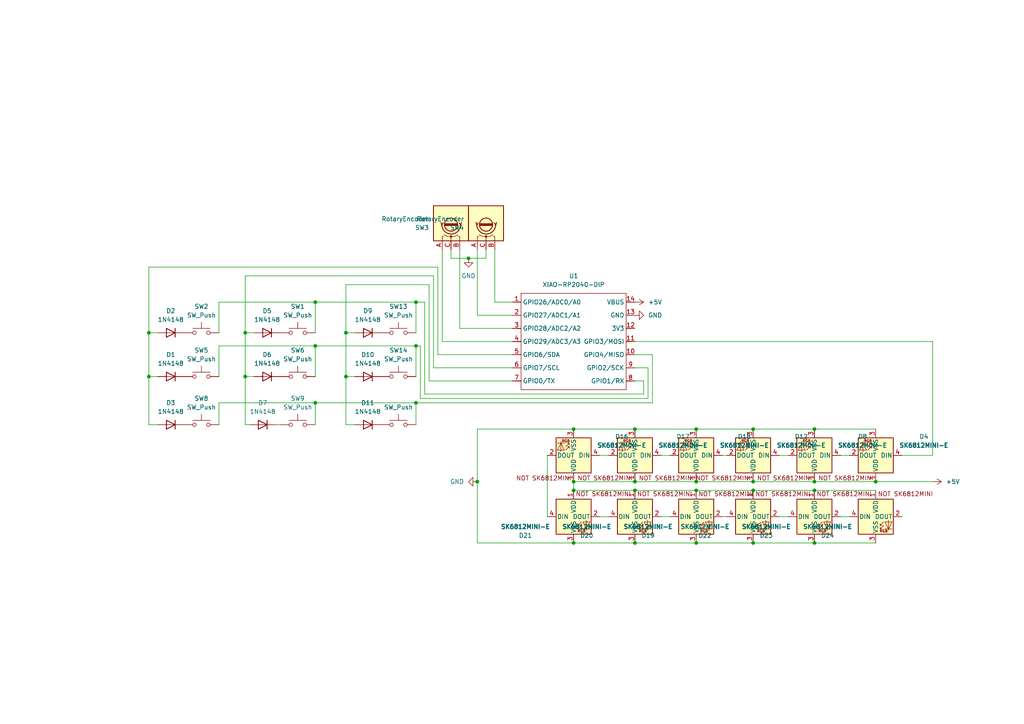
<source format=kicad_sch>
(kicad_sch (version 20250114) (generator "eeschema") (generator_version "9.0")
  (paper "A4")
  (lib_symbols
    (symbol "Device:RotaryEncoder" (pin_names (offset 0.254) (hide yes))
      (property "Reference" "SW" (at 0 6.604 0))
      (property "Value" "RotaryEncoder" (at 0 -6.604 0))
      (symbol "RotaryEncoder_0_1"
        (rectangle (start -5.08 5.08) (end 5.08 -5.08) (stroke (width 0.254)) (fill (type background)))
        (polyline (pts (xy -5.08 2.54) (xy -3.81 2.54) (xy -3.81 2.032)))
        (polyline (pts (xy -5.08 0) (xy -3.81 0) (xy -3.81 -1.016) (xy -3.302 -2.032)))
        (polyline (pts (xy -5.08 -2.54) (xy -3.81 -2.54) (xy -3.81 -2.032)))
        (polyline (pts (xy -4.318 0) (xy -3.81 0) (xy -3.81 1.016) (xy -3.302 2.032)))
        (circle (center -3.81 0) (radius 0.254) (fill (type outline)))
        (polyline (pts (xy -0.635 -1.778) (xy -0.635 1.778)) (stroke (width 0.254)))
        (circle (center -0.381 0) (radius 1.905) (stroke (width 0.254)))
        (polyline (pts (xy -0.381 -1.778) (xy -0.381 1.778)) (stroke (width 0.254)))
        (arc (start -0.381 -2.794) (mid -3.0988 -0.0635) (end -0.381 2.667) (stroke (width 0.254)))
        (polyline (pts (xy -0.127 1.778) (xy -0.127 -1.778)) (stroke (width 0.254)))
        (polyline (pts (xy 0.254 2.921) (xy -0.508 2.667) (xy 0.127 2.286)) (stroke (width 0.254)))
        (polyline (pts (xy 0.254 -3.048) (xy -0.508 -2.794) (xy 0.127 -2.413)) (stroke (width 0.254)))
      )
      (symbol "RotaryEncoder_1_1"
        (pin passive line (at -7.62 2.54 0) (length 2.54) (name "A") (number "A"))
        (pin passive line (at -7.62 0 0) (length 2.54) (name "C") (number "C"))
        (pin passive line (at -7.62 -2.54 0) (length 2.54) (name "B") (number "B"))
      )
    )
    (symbol "Diode:1N4148" (pin_numbers (hide yes)) (pin_names (hide yes))
      (property "Reference" "D" (at 0 2.54 0))
      (property "Value" "1N4148" (at 0 -2.54 0))
      (symbol "1N4148_0_1"
        (polyline (pts (xy -1.27 1.27) (xy -1.27 -1.27)) (stroke (width 0.254)))
        (polyline (pts (xy 1.27 1.27) (xy 1.27 -1.27) (xy -1.27 0) (xy 1.27 1.27)) (stroke (width 0.254)))
        (polyline (pts (xy 1.27 0) (xy -1.27 0)))
      )
      (symbol "1N4148_1_1"
        (pin passive line (at -3.81 0 0) (length 2.54) (name "K") (number "1"))
        (pin passive line (at 3.81 0 180) (length 2.54) (name "A") (number "2"))
      )
    )
    (symbol "Seeed_Studio_XIAO_Series:XIAO-RP2040-DIP"
      (property "Reference" "U" (at 0 0 0))
      (property "Value" "XIAO-RP2040-DIP" (at 5.334 -1.778 0))
      (symbol "XIAO-RP2040-DIP_1_0"
        (polyline (pts (xy -1.27 -2.54) (xy 29.21 -2.54)) (stroke (width 0.1524)))
        (polyline (pts (xy -1.27 -5.08) (xy -2.54 -5.08)) (stroke (width 0.1524)))
        (polyline (pts (xy -1.27 -5.08) (xy -1.27 -2.54)) (stroke (width 0.1524)))
        (polyline (pts (xy -1.27 -8.89) (xy -2.54 -8.89)) (stroke (width 0.1524)))
        (polyline (pts (xy -1.27 -8.89) (xy -1.27 -5.08)) (stroke (width 0.1524)))
        (polyline (pts (xy -1.27 -12.7) (xy -2.54 -12.7)) (stroke (width 0.1524)))
        (polyline (pts (xy -1.27 -12.7) (xy -1.27 -8.89)) (stroke (width 0.1524)))
        (polyline (pts (xy -1.27 -16.51) (xy -2.54 -16.51)) (stroke (width 0.1524)))
        (polyline (pts (xy -1.27 -16.51) (xy -1.27 -12.7)) (stroke (width 0.1524)))
        (polyline (pts (xy -1.27 -20.32) (xy -2.54 -20.32)) (stroke (width 0.1524)))
        (polyline (pts (xy -1.27 -24.13) (xy -2.54 -24.13)) (stroke (width 0.1524)))
        (polyline (pts (xy -1.27 -27.94) (xy -2.54 -27.94)) (stroke (width 0.1524)))
        (polyline (pts (xy -1.27 -30.48) (xy -1.27 -16.51)) (stroke (width 0.1524)))
        (polyline (pts (xy 29.21 -2.54) (xy 29.21 -5.08)) (stroke (width 0.1524)))
        (polyline (pts (xy 29.21 -5.08) (xy 29.21 -8.89)) (stroke (width 0.1524)))
        (polyline (pts (xy 29.21 -8.89) (xy 29.21 -12.7)) (stroke (width 0.1524)))
        (polyline (pts (xy 29.21 -12.7) (xy 29.21 -30.48)) (stroke (width 0.1524)))
        (polyline (pts (xy 29.21 -30.48) (xy -1.27 -30.48)) (stroke (width 0.1524)))
        (polyline (pts (xy 30.48 -5.08) (xy 29.21 -5.08)) (stroke (width 0.1524)))
        (polyline (pts (xy 30.48 -8.89) (xy 29.21 -8.89)) (stroke (width 0.1524)))
        (polyline (pts (xy 30.48 -12.7) (xy 29.21 -12.7)) (stroke (width 0.1524)))
        (polyline (pts (xy 30.48 -16.51) (xy 29.21 -16.51)) (stroke (width 0.1524)))
        (polyline (pts (xy 30.48 -20.32) (xy 29.21 -20.32)) (stroke (width 0.1524)))
        (polyline (pts (xy 30.48 -24.13) (xy 29.21 -24.13)) (stroke (width 0.1524)))
        (polyline (pts (xy 30.48 -27.94) (xy 29.21 -27.94)) (stroke (width 0.1524)))
        (pin passive line (at -3.81 -5.08 0) (length 2.54) (name "GPIO26/ADC0/A0") (number "1"))
        (pin passive line (at -3.81 -8.89 0) (length 2.54) (name "GPIO27/ADC1/A1") (number "2"))
        (pin passive line (at -3.81 -12.7 0) (length 2.54) (name "GPIO28/ADC2/A2") (number "3"))
        (pin passive line (at -3.81 -16.51 0) (length 2.54) (name "GPIO29/ADC3/A3") (number "4"))
        (pin passive line (at -3.81 -20.32 0) (length 2.54) (name "GPIO6/SDA") (number "5"))
        (pin passive line (at -3.81 -24.13 0) (length 2.54) (name "GPIO7/SCL") (number "6"))
        (pin passive line (at -3.81 -27.94 0) (length 2.54) (name "GPIO0/TX") (number "7"))
        (pin passive line (at 31.75 -5.08 180) (length 2.54) (name "VBUS") (number "14"))
        (pin passive line (at 31.75 -8.89 180) (length 2.54) (name "GND") (number "13"))
        (pin passive line (at 31.75 -12.7 180) (length 2.54) (name "3V3") (number "12"))
        (pin passive line (at 31.75 -16.51 180) (length 2.54) (name "GPIO3/MOSI") (number "11"))
        (pin passive line (at 31.75 -20.32 180) (length 2.54) (name "GPIO4/MISO") (number "10"))
        (pin passive line (at 31.75 -24.13 180) (length 2.54) (name "GPIO2/SCK") (number "9"))
        (pin passive line (at 31.75 -27.94 180) (length 2.54) (name "GPIO1/RX") (number "8"))
      )
    )
    (symbol "Switch:SW_Push" (pin_numbers (hide yes)) (pin_names (offset 1.016) (hide yes))
      (property "Reference" "SW" (at 1.27 2.54 0))
      (property "Value" "SW_Push" (at 0 -1.524 0))
      (symbol "SW_Push_0_1"
        (circle (center -2.032 0) (radius 0.508))
        (polyline (pts (xy 0 1.27) (xy 0 3.048)))
        (circle (center 2.032 0) (radius 0.508))
        (polyline (pts (xy 2.54 1.27) (xy -2.54 1.27)))
        (pin passive line (at -5.08 0 0) (length 2.54) (name "1") (number "1"))
        (pin passive line (at 5.08 0 180) (length 2.54) (name "2") (number "2"))
      )
    )
    (symbol "XIAO-RGB-LIB:SK6812MINI-E" (pin_names (offset 0.254))
      (property "Reference" "D" (at -3.556 5.842 0))
      (property "Value" "SK6812MINI-E" (at 1.27 -5.715 0))
      (symbol "SK6812MINI-E_0_0"
        (text "RGB" (at 2.286 -4.191 0) (effects (font (size 0.762 0.762))))
      )
      (symbol "SK6812MINI-E_0_1"
        (rectangle (start -5.08 5.08) (end 5.08 -5.08) (stroke (width 0.254)) (fill (type background)))
        (polyline (pts (xy 1.27 -2.54) (xy 1.778 -2.54)))
        (polyline (pts (xy 1.27 -3.556) (xy 1.778 -3.556)))
        (polyline (pts (xy 2.286 -1.524) (xy 1.27 -2.54) (xy 1.27 -2.032)))
        (polyline (pts (xy 2.286 -2.54) (xy 1.27 -3.556) (xy 1.27 -3.048)))
        (polyline (pts (xy 3.683 -1.016) (xy 3.683 -3.556) (xy 3.683 -4.064)))
        (polyline (pts (xy 4.699 -1.524) (xy 2.667 -1.524) (xy 3.683 -3.556) (xy 4.699 -1.524)))
        (polyline (pts (xy 4.699 -3.556) (xy 2.667 -3.556)))
      )
      (symbol "SK6812MINI-E_1_1"
        (text "NOT SK6812MINI" (at 8.636 6.604 0) (effects (font (size 1.27 1.27))))
        (pin input line (at -7.62 0 0) (length 2.54) (name "DIN") (number "4"))
        (pin power_in line (at 0 7.62 270) (length 2.54) (name "VDD") (number "1"))
        (pin power_in line (at 0 -7.62 90) (length 2.54) (name "VSS") (number "3"))
        (pin output line (at 7.62 0 180) (length 2.54) (name "DOUT") (number "2"))
      )
    )
    (symbol "power:+5V" (power) (pin_numbers (hide yes)) (pin_names (offset 0) (hide yes))
      (property "Value" "+5V" (at 0 3.556 0))
      (symbol "+5V_0_1"
        (polyline (pts (xy -0.762 1.27) (xy 0 2.54)))
        (polyline (pts (xy 0 2.54) (xy 0.762 1.27)))
        (polyline (pts (xy 0 0) (xy 0 2.54)))
      )
      (symbol "+5V_1_1"
        (pin power_in line (at 0 0 90) (length 0) (name "~") (number "1"))
      )
    )
    (symbol "power:GND" (power) (pin_numbers (hide yes)) (pin_names (offset 0) (hide yes))
      (property "Value" "GND" (at 0 -3.81 0))
      (symbol "GND_0_1"
        (polyline (pts (xy 0 0) (xy 0 -1.27) (xy 1.27 -1.27) (xy 0 -2.54) (xy -1.27 -1.27) (xy 0 -1.27)))
      )
      (symbol "GND_1_1"
        (pin power_in line (at 0 0 270) (length 0) (name "~") (number "1"))
      )
    )
  )
  (junction (at 120.65 87.63))
  (junction (at 166.37 142.24))
  (junction (at 236.22 142.24))
  (junction (at 218.44 142.24))
  (junction (at 236.22 139.7))
  (junction (at 201.93 124.46))
  (junction (at 184.15 142.24))
  (junction (at 184.15 124.46))
  (junction (at 91.44 116.84))
  (junction (at 218.44 124.46))
  (junction (at 138.43 139.7))
  (junction (at 135.89 74.93))
  (junction (at 91.44 87.63))
  (junction (at 120.65 100.33))
  (junction (at 201.93 139.7))
  (junction (at 254 139.7))
  (junction (at 184.15 139.7))
  (junction (at 236.22 157.48))
  (junction (at 166.37 124.46))
  (junction (at 166.37 139.7))
  (junction (at 100.33 96.52))
  (junction (at 43.18 109.22))
  (junction (at 166.37 157.48))
  (junction (at 201.93 142.24))
  (junction (at 91.44 100.33))
  (junction (at 201.93 157.48))
  (junction (at 43.18 96.52))
  (junction (at 218.44 157.48))
  (junction (at 71.12 96.52))
  (junction (at 100.33 109.22))
  (junction (at 218.44 139.7))
  (junction (at 184.15 157.48))
  (junction (at 120.65 116.84))
  (junction (at 236.22 124.46))
  (junction (at 71.12 109.22))
  (wire (pts (xy 135.89 74.93) (xy 140.97 74.93)))
  (wire (pts (xy 166.37 139.7) (xy 166.37 142.24)))
  (wire (pts (xy 43.18 77.47) (xy 127 77.47)))
  (wire (pts (xy 127 77.47) (xy 127 102.87)))
  (wire (pts (xy 184.15 102.87) (xy 189.23 102.87)))
  (wire (pts (xy 120.65 123.19) (xy 120.65 116.84)))
  (wire (pts (xy 91.44 100.33) (xy 91.44 109.22)))
  (wire (pts (xy 91.44 116.84) (xy 91.44 123.19)))
  (wire (pts (xy 43.18 96.52) (xy 43.18 109.22)))
  (wire (pts (xy 173.99 149.86) (xy 176.53 149.86)))
  (wire (pts (xy 191.77 132.08) (xy 194.31 132.08)))
  (wire (pts (xy 187.96 115.57) (xy 187.96 106.68)))
  (wire (pts (xy 236.22 124.46) (xy 254 124.46)))
  (wire (pts (xy 125.73 80.01) (xy 125.73 106.68)))
  (wire (pts (xy 138.43 124.46) (xy 166.37 124.46)))
  (wire (pts (xy 91.44 116.84) (xy 63.5 116.84)))
  (wire (pts (xy 138.43 72.39) (xy 138.43 91.44)))
  (wire (pts (xy 123.19 114.3) (xy 186.69 114.3)))
  (wire (pts (xy 243.84 132.08) (xy 246.38 132.08)))
  (wire (pts (xy 270.51 99.06) (xy 270.51 132.08)))
  (wire (pts (xy 143.51 72.39) (xy 143.51 87.63)))
  (wire (pts (xy 143.51 87.63) (xy 148.59 87.63)))
  (wire (pts (xy 166.37 124.46) (xy 184.15 124.46)))
  (wire (pts (xy 71.12 109.22) (xy 73.66 109.22)))
  (wire (pts (xy 184.15 99.06) (xy 270.51 99.06)))
  (wire (pts (xy 130.81 74.93) (xy 135.89 74.93)))
  (wire (pts (xy 100.33 82.55) (xy 100.33 96.52)))
  (wire (pts (xy 236.22 139.7) (xy 254 139.7)))
  (wire (pts (xy 226.06 132.08) (xy 228.6 132.08)))
  (wire (pts (xy 209.55 132.08) (xy 210.82 132.08)))
  (wire (pts (xy 128.27 99.06) (xy 148.59 99.06)))
  (wire (pts (xy 138.43 157.48) (xy 138.43 139.7)))
  (wire (pts (xy 184.15 139.7) (xy 201.93 139.7)))
  (wire (pts (xy 43.18 96.52) (xy 45.72 96.52)))
  (wire (pts (xy 184.15 124.46) (xy 201.93 124.46)))
  (wire (pts (xy 133.35 95.25) (xy 148.59 95.25)))
  (wire (pts (xy 128.27 72.39) (xy 128.27 99.06)))
  (wire (pts (xy 166.37 157.48) (xy 184.15 157.48)))
  (wire (pts (xy 201.93 142.24) (xy 218.44 142.24)))
  (wire (pts (xy 186.69 110.49) (xy 184.15 110.49)))
  (wire (pts (xy 100.33 96.52) (xy 100.33 109.22)))
  (wire (pts (xy 71.12 80.01) (xy 125.73 80.01)))
  (wire (pts (xy 63.5 116.84) (xy 63.5 123.19)))
  (wire (pts (xy 120.65 100.33) (xy 91.44 100.33)))
  (wire (pts (xy 166.37 142.24) (xy 184.15 142.24)))
  (wire (pts (xy 184.15 142.24) (xy 201.93 142.24)))
  (wire (pts (xy 43.18 109.22) (xy 45.72 109.22)))
  (wire (pts (xy 80.01 123.19) (xy 81.28 123.19)))
  (wire (pts (xy 120.65 100.33) (xy 120.65 109.22)))
  (wire (pts (xy 201.93 157.48) (xy 218.44 157.48)))
  (wire (pts (xy 71.12 109.22) (xy 71.12 123.19)))
  (wire (pts (xy 91.44 116.84) (xy 120.65 116.84)))
  (wire (pts (xy 186.69 114.3) (xy 186.69 110.49)))
  (wire (pts (xy 173.99 132.08) (xy 176.53 132.08)))
  (wire (pts (xy 100.33 123.19) (xy 102.87 123.19)))
  (wire (pts (xy 201.93 139.7) (xy 218.44 139.7)))
  (wire (pts (xy 120.65 87.63) (xy 120.65 96.52)))
  (wire (pts (xy 218.44 139.7) (xy 236.22 139.7)))
  (wire (pts (xy 184.15 157.48) (xy 201.93 157.48)))
  (wire (pts (xy 218.44 124.46) (xy 236.22 124.46)))
  (wire (pts (xy 63.5 87.63) (xy 63.5 96.52)))
  (wire (pts (xy 71.12 80.01) (xy 71.12 96.52)))
  (wire (pts (xy 100.33 96.52) (xy 102.87 96.52)))
  (wire (pts (xy 218.44 157.48) (xy 236.22 157.48)))
  (wire (pts (xy 91.44 100.33) (xy 63.5 100.33)))
  (wire (pts (xy 100.33 109.22) (xy 102.87 109.22)))
  (wire (pts (xy 201.93 124.46) (xy 218.44 124.46)))
  (wire (pts (xy 43.18 77.47) (xy 43.18 96.52)))
  (wire (pts (xy 236.22 142.24) (xy 254 142.24)))
  (wire (pts (xy 125.73 106.68) (xy 148.59 106.68)))
  (wire (pts (xy 63.5 100.33) (xy 63.5 109.22)))
  (wire (pts (xy 43.18 123.19) (xy 45.72 123.19)))
  (wire (pts (xy 71.12 96.52) (xy 73.66 96.52)))
  (wire (pts (xy 91.44 87.63) (xy 91.44 96.52)))
  (wire (pts (xy 140.97 74.93) (xy 140.97 72.39)))
  (wire (pts (xy 133.35 72.39) (xy 133.35 95.25)))
  (wire (pts (xy 187.96 106.68) (xy 184.15 106.68)))
  (wire (pts (xy 71.12 123.19) (xy 72.39 123.19)))
  (wire (pts (xy 120.65 87.63) (xy 123.19 87.63)))
  (wire (pts (xy 209.55 149.86) (xy 210.82 149.86)))
  (wire (pts (xy 236.22 157.48) (xy 254 157.48)))
  (wire (pts (xy 191.77 149.86) (xy 194.31 149.86)))
  (wire (pts (xy 127 102.87) (xy 148.59 102.87)))
  (wire (pts (xy 71.12 96.52) (xy 71.12 109.22)))
  (wire (pts (xy 254 139.7) (xy 270.51 139.7)))
  (wire (pts (xy 189.23 116.84) (xy 189.23 102.87)))
  (wire (pts (xy 100.33 82.55) (xy 124.46 82.55)))
  (wire (pts (xy 63.5 87.63) (xy 91.44 87.63)))
  (wire (pts (xy 120.65 116.84) (xy 189.23 116.84)))
  (wire (pts (xy 43.18 109.22) (xy 43.18 123.19)))
  (wire (pts (xy 120.65 100.33) (xy 121.92 100.33)))
  (wire (pts (xy 124.46 110.49) (xy 148.59 110.49)))
  (wire (pts (xy 226.06 149.86) (xy 228.6 149.86)))
  (wire (pts (xy 158.75 132.08) (xy 158.75 149.86)))
  (wire (pts (xy 218.44 142.24) (xy 236.22 142.24)))
  (wire (pts (xy 124.46 82.55) (xy 124.46 110.49)))
  (wire (pts (xy 100.33 109.22) (xy 100.33 123.19)))
  (wire (pts (xy 138.43 139.7) (xy 138.43 124.46)))
  (wire (pts (xy 166.37 139.7) (xy 184.15 139.7)))
  (wire (pts (xy 121.92 115.57) (xy 187.96 115.57)))
  (wire (pts (xy 121.92 100.33) (xy 121.92 115.57)))
  (wire (pts (xy 123.19 87.63) (xy 123.19 114.3)))
  (wire (pts (xy 138.43 157.48) (xy 166.37 157.48)))
  (wire (pts (xy 91.44 87.63) (xy 120.65 87.63)))
  (wire (pts (xy 138.43 91.44) (xy 148.59 91.44)))
  (wire (pts (xy 270.51 132.08) (xy 261.62 132.08)))
  (wire (pts (xy 130.81 72.39) (xy 130.81 74.93)))
  (wire (pts (xy 243.84 149.86) (xy 246.38 149.86)))
  (symbol (lib_id "Diode:1N4148") (at 49.53 96.52 180) (unit 1)
    (property "Reference" "D2" (at 49.53 90.17 0))
    (property "Value" "1N4148" (at 49.53 92.71 0))
    (property "Footprint" "Diode_THT:D_DO-35_SOD27_P7.62mm_Horizontal" (effects (hide yes)))
    (property "Datasheet" "https://assets.nexperia.com/documents/data-sheet/1N4148_1N4448.pdf" (effects (hide yes)))
    (property "Description" "100V 0.15A standard switching diode, DO-35" (effects (hide yes)))
    (property "Sim.Device" "D" (effects (hide yes)))
    (property "Sim.Pins" "1=K 2=A" (effects (hide yes)))
  )
  (symbol (lib_id "Switch:SW_Push") (at 58.42 123.19 0) (mirror y) (unit 1)
    (property "Reference" "SW8" (at 58.42 115.57 0))
    (property "Value" "SW_Push" (at 58.42 118.11 0))
    (property "Footprint" "Button_Switch_Keyboard:SW_Cherry_MX_1.00u_PCB" (effects (hide yes)))
    (property "Description" "Push button switch, generic, two pins" (effects (hide yes)))
  )
  (symbol (lib_id "XIAO-RGB-LIB:SK6812MINI-E") (at 201.93 149.86 0) (unit 1)
    (property "Reference" "D19" (at 187.96 155.3054 0))
    (property "Value" "SK6812MINI-E" (at 187.96 152.7653 0) (effects (font (thickness 0.254) (bold yes))))
    (property "Footprint" "LIB-PRETTY:SK6812MINI-E_fixed" (effects (hide yes)))
    (property "Datasheet" "https://cdn-shop.adafruit.com/product-files/4960/4960_SK6812MINI-E_REV02_EN.pdf" (effects (hide yes)))
    (property "Description" "RGB LED with integrated controller" (effects (hide yes)))
  )
  (symbol (lib_id "XIAO-RGB-LIB:SK6812MINI-E") (at 166.37 149.86 0) (unit 1)
    (property "Reference" "D21" (at 152.4 155.3054 0))
    (property "Value" "SK6812MINI-E" (at 152.4 152.7653 0) (effects (font (thickness 0.254) (bold yes))))
    (property "Footprint" "LIB-PRETTY:SK6812MINI-E_fixed" (effects (hide yes)))
    (property "Datasheet" "https://cdn-shop.adafruit.com/product-files/4960/4960_SK6812MINI-E_REV02_EN.pdf" (effects (hide yes)))
    (property "Description" "RGB LED with integrated controller" (effects (hide yes)))
  )
  (symbol (lib_id "Diode:1N4148") (at 49.53 123.19 180) (unit 1)
    (property "Reference" "D3" (at 49.53 116.84 0))
    (property "Value" "1N4148" (at 49.53 119.38 0))
    (property "Footprint" "Diode_THT:D_DO-35_SOD27_P7.62mm_Horizontal" (effects (hide yes)))
    (property "Datasheet" "https://assets.nexperia.com/documents/data-sheet/1N4148_1N4448.pdf" (effects (hide yes)))
    (property "Description" "100V 0.15A standard switching diode, DO-35" (effects (hide yes)))
    (property "Sim.Device" "D" (effects (hide yes)))
    (property "Sim.Pins" "1=K 2=A" (effects (hide yes)))
  )
  (symbol (lib_id "Diode:1N4148") (at 77.47 96.52 180) (unit 1)
    (property "Reference" "D5" (at 77.47 90.17 0))
    (property "Value" "1N4148" (at 77.47 92.71 0))
    (property "Footprint" "Diode_THT:D_DO-35_SOD27_P7.62mm_Horizontal" (effects (hide yes)))
    (property "Datasheet" "https://assets.nexperia.com/documents/data-sheet/1N4148_1N4448.pdf" (effects (hide yes)))
    (property "Description" "100V 0.15A standard switching diode, DO-35" (effects (hide yes)))
    (property "Sim.Device" "D" (effects (hide yes)))
    (property "Sim.Pins" "1=K 2=A" (effects (hide yes)))
  )
  (symbol (lib_id "power:+5V") (at 184.15 87.63 270) (unit 1)
    (property "Reference" "#PWR02" (effects (hide yes)))
    (property "Value" "+5V" (at 187.96 87.6299 90) (effects (justify left)))
    (property "Description" "Power symbol creates a global label with name \"+5V\"" (effects (hide yes)))
  )
  (symbol (lib_id "Switch:SW_Push") (at 58.42 109.22 0) (mirror y) (unit 1)
    (property "Reference" "SW5" (at 58.42 101.6 0))
    (property "Value" "SW_Push" (at 58.42 104.14 0))
    (property "Footprint" "Button_Switch_Keyboard:SW_Cherry_MX_1.00u_PCB" (effects (hide yes)))
    (property "Description" "Push button switch, generic, two pins" (effects (hide yes)))
  )
  (symbol (lib_id "Switch:SW_Push") (at 115.57 96.52 0) (mirror y) (unit 1)
    (property "Reference" "SW13" (at 115.57 88.9 0))
    (property "Value" "SW_Push" (at 115.57 91.44 0))
    (property "Footprint" "Button_Switch_Keyboard:SW_Cherry_MX_1.00u_PCB" (effects (hide yes)))
    (property "Description" "Push button switch, generic, two pins" (effects (hide yes)))
  )
  (symbol (lib_id "Switch:SW_Push") (at 86.36 123.19 0) (mirror y) (unit 1)
    (property "Reference" "SW9" (at 86.36 115.57 0))
    (property "Value" "SW_Push" (at 86.36 118.11 0))
    (property "Footprint" "Button_Switch_Keyboard:SW_Cherry_MX_1.00u_PCB" (effects (hide yes)))
    (property "Description" "Push button switch, generic, two pins" (effects (hide yes)))
  )
  (symbol (lib_id "Device:RotaryEncoder") (at 130.81 64.77 90) (unit 1)
    (property "Reference" "SW3" (at 124.46 66.0401 90) (effects (justify left)))
    (property "Value" "RotaryEncoder" (at 124.46 63.5001 90) (effects (justify left)))
    (property "Footprint" "Rotary_Encoder:RotaryEncoder_Alps_EC11E_Vertical_H20mm" (effects (hide yes)))
    (property "Description" "Rotary encoder, dual channel, incremental quadrate outputs" (effects (hide yes)))
  )
  (symbol (lib_id "XIAO-RGB-LIB:SK6812MINI-E") (at 201.93 132.08 180) (unit 1)
    (property "Reference" "D18" (at 215.9 126.6346 0))
    (property "Value" "SK6812MINI-E" (at 215.9 129.1747 0) (effects (font (thickness 0.254) (bold yes))))
    (property "Footprint" "LIB-PRETTY:SK6812MINI-E_fixed" (effects (hide yes)))
    (property "Datasheet" "https://cdn-shop.adafruit.com/product-files/4960/4960_SK6812MINI-E_REV02_EN.pdf" (effects (hide yes)))
    (property "Description" "RGB LED with integrated controller" (effects (hide yes)))
  )
  (symbol (lib_id "Diode:1N4148") (at 77.47 109.22 180) (unit 1)
    (property "Reference" "D6" (at 77.47 102.87 0))
    (property "Value" "1N4148" (at 77.47 105.41 0))
    (property "Footprint" "Diode_THT:D_DO-35_SOD27_P7.62mm_Horizontal" (effects (hide yes)))
    (property "Datasheet" "https://assets.nexperia.com/documents/data-sheet/1N4148_1N4448.pdf" (effects (hide yes)))
    (property "Description" "100V 0.15A standard switching diode, DO-35" (effects (hide yes)))
    (property "Sim.Device" "D" (effects (hide yes)))
    (property "Sim.Pins" "1=K 2=A" (effects (hide yes)))
  )
  (symbol (lib_id "Diode:1N4148") (at 76.2 123.19 180) (unit 1)
    (property "Reference" "D7" (at 76.2 116.84 0))
    (property "Value" "1N4148" (at 76.2 119.38 0))
    (property "Footprint" "Diode_THT:D_DO-35_SOD27_P7.62mm_Horizontal" (effects (hide yes)))
    (property "Datasheet" "https://assets.nexperia.com/documents/data-sheet/1N4148_1N4448.pdf" (effects (hide yes)))
    (property "Description" "100V 0.15A standard switching diode, DO-35" (effects (hide yes)))
    (property "Sim.Device" "D" (effects (hide yes)))
    (property "Sim.Pins" "1=K 2=A" (effects (hide yes)))
  )
  (symbol (lib_id "Switch:SW_Push") (at 86.36 109.22 0) (mirror y) (unit 1)
    (property "Reference" "SW6" (at 86.36 101.6 0))
    (property "Value" "SW_Push" (at 86.36 104.14 0))
    (property "Footprint" "Button_Switch_Keyboard:SW_Cherry_MX_1.00u_PCB" (effects (hide yes)))
    (property "Description" "Push button switch, generic, two pins" (effects (hide yes)))
  )
  (symbol (lib_id "XIAO-RGB-LIB:SK6812MINI-E") (at 166.37 132.08 180) (unit 1)
    (property "Reference" "D16" (at 180.34 126.6346 0))
    (property "Value" "SK6812MINI-E" (at 180.34 129.1747 0) (effects (font (thickness 0.254) (bold yes))))
    (property "Footprint" "LIB-PRETTY:SK6812MINI-E_fixed" (effects (hide yes)))
    (property "Datasheet" "https://cdn-shop.adafruit.com/product-files/4960/4960_SK6812MINI-E_REV02_EN.pdf" (effects (hide yes)))
    (property "Description" "RGB LED with integrated controller" (effects (hide yes)))
  )
  (symbol (lib_id "Diode:1N4148") (at 106.68 123.19 180) (unit 1)
    (property "Reference" "D11" (at 106.68 116.84 0))
    (property "Value" "1N4148" (at 106.68 119.38 0))
    (property "Footprint" "Diode_THT:D_DO-35_SOD27_P7.62mm_Horizontal" (effects (hide yes)))
    (property "Datasheet" "https://assets.nexperia.com/documents/data-sheet/1N4148_1N4448.pdf" (effects (hide yes)))
    (property "Description" "100V 0.15A standard switching diode, DO-35" (effects (hide yes)))
    (property "Sim.Device" "D" (effects (hide yes)))
    (property "Sim.Pins" "1=K 2=A" (effects (hide yes)))
  )
  (symbol (lib_id "Switch:SW_Push") (at 86.36 96.52 0) (mirror y) (unit 1)
    (property "Reference" "SW1" (at 86.36 88.9 0))
    (property "Value" "SW_Push" (at 86.36 91.44 0))
    (property "Footprint" "Button_Switch_Keyboard:SW_Cherry_MX_1.00u_PCB" (effects (hide yes)))
    (property "Description" "Push button switch, generic, two pins" (effects (hide yes)))
  )
  (symbol (lib_id "Seeed_Studio_XIAO_Series:XIAO-RP2040-DIP") (at 152.4 82.55 0) (unit 1)
    (property "Reference" "U1" (at 166.37 80.01 0))
    (property "Value" "XIAO-RP2040-DIP" (at 166.37 82.55 0))
    (property "Footprint" "LIB-PRETTY:XIAO-Generic-Hybrid-14P-2.54-21X17.8MM" (effects (hide yes)))
  )
  (symbol (lib_id "Switch:SW_Push") (at 115.57 123.19 0) (mirror y) (unit 1)
    (property "Reference" "SW15" (effects (hide yes)))
    (property "Value" "SW_Push" (at 115.57 118.11 0))
    (property "Footprint" "Button_Switch_Keyboard:SW_Cherry_MX_1.00u_PCB" (effects (hide yes)))
    (property "Description" "Push button switch, generic, two pins" (effects (hide yes)))
  )
  (symbol (lib_id "Device:RotaryEncoder") (at 140.97 64.77 90) (unit 1)
    (property "Reference" "SW4" (at 134.62 66.0401 90) (effects (justify left)))
    (property "Value" "RotaryEncoder" (at 134.62 63.5001 90) (effects (justify left)))
    (property "Footprint" "Rotary_Encoder:RotaryEncoder_Alps_EC11E_Vertical_H20mm" (effects (hide yes)))
    (property "Description" "Rotary encoder, dual channel, incremental quadrate outputs" (effects (hide yes)))
  )
  (symbol (lib_id "XIAO-RGB-LIB:SK6812MINI-E") (at 218.44 149.86 0) (unit 1)
    (property "Reference" "D22" (at 204.47 155.3054 0))
    (property "Value" "SK6812MINI-E" (at 204.47 152.7653 0) (effects (font (thickness 0.254) (bold yes))))
    (property "Footprint" "LIB-PRETTY:SK6812MINI-E_fixed" (effects (hide yes)))
    (property "Datasheet" "https://cdn-shop.adafruit.com/product-files/4960/4960_SK6812MINI-E_REV02_EN.pdf" (effects (hide yes)))
    (property "Description" "RGB LED with integrated controller" (effects (hide yes)))
  )
  (symbol (lib_id "Switch:SW_Push") (at 58.42 96.52 0) (mirror y) (unit 1)
    (property "Reference" "SW2" (at 58.42 88.9 0))
    (property "Value" "SW_Push" (at 58.42 91.44 0))
    (property "Footprint" "Button_Switch_Keyboard:SW_Cherry_MX_1.00u_PCB" (effects (hide yes)))
    (property "Description" "Push button switch, generic, two pins" (effects (hide yes)))
  )
  (symbol (lib_id "XIAO-RGB-LIB:SK6812MINI-E") (at 184.15 132.08 180) (unit 1)
    (property "Reference" "D17" (at 198.12 126.6346 0))
    (property "Value" "SK6812MINI-E" (at 198.12 129.1747 0) (effects (font (thickness 0.254) (bold yes))))
    (property "Footprint" "LIB-PRETTY:SK6812MINI-E_fixed" (effects (hide yes)))
    (property "Datasheet" "https://cdn-shop.adafruit.com/product-files/4960/4960_SK6812MINI-E_REV02_EN.pdf" (effects (hide yes)))
    (property "Description" "RGB LED with integrated controller" (effects (hide yes)))
  )
  (symbol (lib_id "XIAO-RGB-LIB:SK6812MINI-E") (at 236.22 132.08 180) (unit 1)
    (property "Reference" "D8" (at 250.19 126.6346 0))
    (property "Value" "SK6812MINI-E" (at 250.19 129.1747 0) (effects (font (thickness 0.254) (bold yes))))
    (property "Footprint" "LIB-PRETTY:SK6812MINI-E_fixed" (effects (hide yes)))
    (property "Datasheet" "https://cdn-shop.adafruit.com/product-files/4960/4960_SK6812MINI-E_REV02_EN.pdf" (effects (hide yes)))
    (property "Description" "RGB LED with integrated controller" (effects (hide yes)))
  )
  (symbol (lib_id "power:GND") (at 138.43 139.7 270) (unit 1)
    (property "Reference" "#PWR04" (effects (hide yes)))
    (property "Value" "GND" (at 134.62 139.6999 90) (effects (justify right)))
    (property "Description" "Power symbol creates a global label with name \"GND\" , ground" (effects (hide yes)))
  )
  (symbol (lib_id "XIAO-RGB-LIB:SK6812MINI-E") (at 254 132.08 180) (unit 1)
    (property "Reference" "D4" (at 267.97 126.6346 0))
    (property "Value" "SK6812MINI-E" (at 267.97 129.1747 0) (effects (font (thickness 0.254) (bold yes))))
    (property "Footprint" "LIB-PRETTY:SK6812MINI-E_fixed" (effects (hide yes)))
    (property "Datasheet" "https://cdn-shop.adafruit.com/product-files/4960/4960_SK6812MINI-E_REV02_EN.pdf" (effects (hide yes)))
    (property "Description" "RGB LED with integrated controller" (effects (hide yes)))
  )
  (symbol (lib_id "XIAO-RGB-LIB:SK6812MINI-E") (at 184.15 149.86 0) (unit 1)
    (property "Reference" "D20" (at 170.18 155.3054 0))
    (property "Value" "SK6812MINI-E" (at 170.18 152.7653 0) (effects (font (thickness 0.254) (bold yes))))
    (property "Footprint" "LIB-PRETTY:SK6812MINI-E_fixed" (effects (hide yes)))
    (property "Datasheet" "https://cdn-shop.adafruit.com/product-files/4960/4960_SK6812MINI-E_REV02_EN.pdf" (effects (hide yes)))
    (property "Description" "RGB LED with integrated controller" (effects (hide yes)))
  )
  (symbol (lib_id "Diode:1N4148") (at 49.53 109.22 180) (unit 1)
    (property "Reference" "D1" (at 49.53 102.87 0))
    (property "Value" "1N4148" (at 49.53 105.41 0))
    (property "Footprint" "Diode_THT:D_DO-35_SOD27_P7.62mm_Horizontal" (effects (hide yes)))
    (property "Datasheet" "https://assets.nexperia.com/documents/data-sheet/1N4148_1N4448.pdf" (effects (hide yes)))
    (property "Description" "100V 0.15A standard switching diode, DO-35" (effects (hide yes)))
    (property "Sim.Device" "D" (effects (hide yes)))
    (property "Sim.Pins" "1=K 2=A" (effects (hide yes)))
  )
  (symbol (lib_id "power:GND") (at 135.89 74.93 0) (unit 1)
    (property "Reference" "#PWR05" (effects (hide yes)))
    (property "Value" "GND" (at 135.89 80.01 0))
    (property "Description" "Power symbol creates a global label with name \"GND\" , ground" (effects (hide yes)))
  )
  (symbol (lib_id "XIAO-RGB-LIB:SK6812MINI-E") (at 254 149.86 0) (unit 1)
    (property "Reference" "D24" (at 240.03 155.3054 0))
    (property "Value" "SK6812MINI-E" (at 240.03 152.7653 0) (effects (font (thickness 0.254) (bold yes))))
    (property "Footprint" "LIB-PRETTY:SK6812MINI-E_fixed" (effects (hide yes)))
    (property "Datasheet" "https://cdn-shop.adafruit.com/product-files/4960/4960_SK6812MINI-E_REV02_EN.pdf" (effects (hide yes)))
    (property "Description" "RGB LED with integrated controller" (effects (hide yes)))
  )
  (symbol (lib_id "Diode:1N4148") (at 106.68 109.22 180) (unit 1)
    (property "Reference" "D10" (at 106.68 102.87 0))
    (property "Value" "1N4148" (at 106.68 105.41 0))
    (property "Footprint" "Diode_THT:D_DO-35_SOD27_P7.62mm_Horizontal" (effects (hide yes)))
    (property "Datasheet" "https://assets.nexperia.com/documents/data-sheet/1N4148_1N4448.pdf" (effects (hide yes)))
    (property "Description" "100V 0.15A standard switching diode, DO-35" (effects (hide yes)))
    (property "Sim.Device" "D" (effects (hide yes)))
    (property "Sim.Pins" "1=K 2=A" (effects (hide yes)))
  )
  (symbol (lib_id "power:GND") (at 184.15 91.44 90) (unit 1)
    (property "Reference" "#PWR01" (effects (hide yes)))
    (property "Value" "GND" (at 187.96 91.4399 90) (effects (justify right)))
    (property "Description" "Power symbol creates a global label with name \"GND\" , ground" (effects (hide yes)))
  )
  (symbol (lib_id "XIAO-RGB-LIB:SK6812MINI-E") (at 236.22 149.86 0) (unit 1)
    (property "Reference" "D23" (at 222.25 155.3054 0))
    (property "Value" "SK6812MINI-E" (at 222.25 152.7653 0) (effects (font (thickness 0.254) (bold yes))))
    (property "Footprint" "LIB-PRETTY:SK6812MINI-E_fixed" (effects (hide yes)))
    (property "Datasheet" "https://cdn-shop.adafruit.com/product-files/4960/4960_SK6812MINI-E_REV02_EN.pdf" (effects (hide yes)))
    (property "Description" "RGB LED with integrated controller" (effects (hide yes)))
  )
  (symbol (lib_id "Diode:1N4148") (at 106.68 96.52 180) (unit 1)
    (property "Reference" "D9" (at 106.68 90.17 0))
    (property "Value" "1N4148" (at 106.68 92.71 0))
    (property "Footprint" "Diode_THT:D_DO-35_SOD27_P7.62mm_Horizontal" (effects (hide yes)))
    (property "Datasheet" "https://assets.nexperia.com/documents/data-sheet/1N4148_1N4448.pdf" (effects (hide yes)))
    (property "Description" "100V 0.15A standard switching diode, DO-35" (effects (hide yes)))
    (property "Sim.Device" "D" (effects (hide yes)))
    (property "Sim.Pins" "1=K 2=A" (effects (hide yes)))
  )
  (symbol (lib_id "Switch:SW_Push") (at 115.57 109.22 0) (mirror y) (unit 1)
    (property "Reference" "SW14" (at 115.57 101.6 0))
    (property "Value" "SW_Push" (at 115.57 104.14 0))
    (property "Footprint" "Button_Switch_Keyboard:SW_Cherry_MX_1.00u_PCB" (effects (hide yes)))
    (property "Description" "Push button switch, generic, two pins" (effects (hide yes)))
  )
  (symbol (lib_id "power:+5V") (at 270.51 139.7 270) (unit 1)
    (property "Reference" "#PWR03" (effects (hide yes)))
    (property "Value" "+5V" (at 274.32 139.6999 90) (effects (justify left)))
    (property "Description" "Power symbol creates a global label with name \"+5V\"" (effects (hide yes)))
  )
  (symbol (lib_id "XIAO-RGB-LIB:SK6812MINI-E") (at 218.44 132.08 180) (unit 1)
    (property "Reference" "D12" (at 232.41 126.6346 0))
    (property "Value" "SK6812MINI-E" (at 232.41 129.1747 0) (effects (font (thickness 0.254) (bold yes))))
    (property "Footprint" "LIB-PRETTY:SK6812MINI-E_fixed" (effects (hide yes)))
    (property "Datasheet" "https://cdn-shop.adafruit.com/product-files/4960/4960_SK6812MINI-E_REV02_EN.pdf" (effects (hide yes)))
    (property "Description" "RGB LED with integrated controller" (effects (hide yes)))
  )
)
</source>
